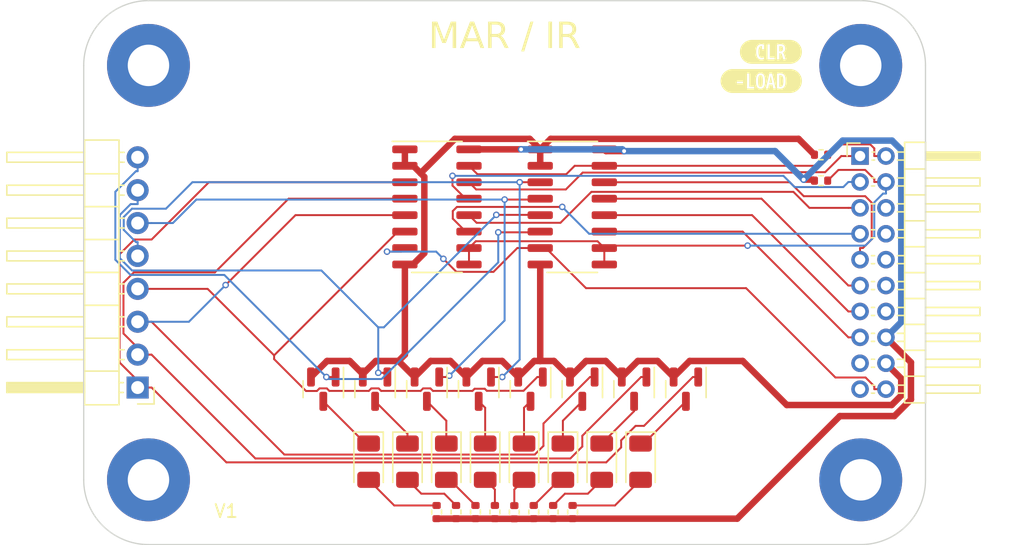
<source format=kicad_pcb>
(kicad_pcb (version 20221018) (generator pcbnew)
  (layers (0 "F.Cu" signal) (31 "B.Cu" signal) (34 "B.Paste" user) (35 "F.Paste" user) (36 "B.SilkS" user "B.Silkscreen") (37 "F.SilkS" user "F.Silkscreen") (38 "B.Mask" user) (39 "F.Mask" user) (44 "Edge.Cuts" user))
  (net 0 "")
  (net 1 "Net-(D1-A)")
  (net 2 "Net-(D1-K)")
  (net 3 "Net-(D2-A)")
  (net 4 "Net-(D2-K)")
  (net 5 "Net-(D3-A)")
  (net 6 "Net-(D3-K)")
  (net 7 "Net-(D4-A)")
  (net 8 "Net-(D4-K)")
  (net 9 "Net-(D5-A)")
  (net 10 "Net-(D5-K)")
  (net 11 "Net-(D6-A)")
  (net 12 "Net-(D6-K)")
  (net 13 "Net-(D7-A)")
  (net 14 "Net-(D7-K)")
  (net 15 "Net-(D8-A)")
  (net 16 "Net-(D8-K)")
  (net 17 "CLK")
  (net 19 "GND")
  (net 21 "VCC")
  (net 22 "/D7")
  (net 24 "/D6")
  (net 26 "/D5")
  (net 28 "/D4")
  (net 30 "/D3")
  (net 32 "/D2")
  (net 33 "~{LOAD}")
  (net 34 "/D1")
  (net 35 "CLR")
  (net 36 "/D0")
  (net 37 "/Q0")
  (net 38 "/Q1")
  (net 39 "/Q2")
  (net 40 "/Q3")
  (net 41 "/Q4")
  (net 42 "/Q5")
  (net 43 "/Q6")
  (net 44 "/Q7")
  (footprint "MountingHole:MountingHole_3.2mm_M3_Pad" (layer "F.Cu") (at 148 107.6)
    (fp_text reference "H3" hide)
    (fp_text value "MountingHole_3.2mm_M3_Pad")
    (pad "1" thru_hole circle locked (at 0 0) (size 6.4 6.4) (drill 3.2) (layers "*.Cu" "*.Mask"))
  )
  (footprint "Package_TO_SOT_SMD:SOT-23" (layer "F.Cu") (at 126.5 100.6 -90)
    (fp_text reference "Q3" hide)
    (fp_text value "DMN3404")
    (pad "1" smd roundrect (at -0.9375 -0.95 270) (size 1.475 0.6) (layers "F.Cu" "F.Paste" "F.Mask") (net 39 "/Q2"))
    (pad "2" smd roundrect (at -0.9375 0.95 270) (size 1.475 0.6) (layers "F.Cu" "F.Paste" "F.Mask") (net 19 "GND"))
    (pad "3" smd roundrect (at 0.9375 0 270) (size 1.475 0.6) (layers "F.Cu" "F.Paste" "F.Mask") (net 6 "Net-(D3-K)"))
  )
  (footprint "LED_SMD:LED_1206_3216Metric" (layer "F.Cu") (at 122 106.2 -90)
    (fp_text reference "D4" hide)
    (fp_text value "RED")
    (pad "1" smd roundrect (at -1.4 0 270) (size 1.25 1.75) (layers "F.Cu" "F.Paste" "F.Mask") (roundrect_rratio 0.2) (net 8 "Net-(D4-K)"))
    (pad "2" smd roundrect (at 1.4 0 270) (size 1.25 1.75) (layers "F.Cu" "F.Paste" "F.Mask") (roundrect_rratio 0.2) (net 7 "Net-(D4-A)"))
  )
  (footprint "Package_TO_SOT_SMD:SOT-23" (layer "F.Cu") (at 114.5 100.6 -90)
    (fp_text reference "Q6" hide)
    (fp_text value "DMN3404")
    (pad "1" smd roundrect (at -0.9375 -0.95 270) (size 1.475 0.6) (layers "F.Cu" "F.Paste" "F.Mask") (net 42 "/Q5"))
    (pad "2" smd roundrect (at -0.9375 0.95 270) (size 1.475 0.6) (layers "F.Cu" "F.Paste" "F.Mask") (net 19 "GND"))
    (pad "3" smd roundrect (at 0.9375 0 270) (size 1.475 0.6) (layers "F.Cu" "F.Paste" "F.Mask") (net 12 "Net-(D6-K)"))
  )
  (footprint "LED_SMD:LED_1206_3216Metric" (layer "F.Cu") (at 119 106.2 -90)
    (fp_text reference "D5" hide)
    (fp_text value "RED")
    (pad "1" smd roundrect (at -1.4 0 270) (size 1.25 1.75) (layers "F.Cu" "F.Paste" "F.Mask") (roundrect_rratio 0.2) (net 10 "Net-(D5-K)"))
    (pad "2" smd roundrect (at 1.4 0 270) (size 1.25 1.75) (layers "F.Cu" "F.Paste" "F.Mask") (roundrect_rratio 0.2) (net 9 "Net-(D5-A)"))
  )
  (footprint "MountingHole:MountingHole_3.2mm_M3_Pad" (layer "F.Cu") (at 93 75.6)
    (fp_text reference "H1" hide)
    (fp_text value "MountingHole_3.2mm_M3_Pad")
    (pad "1" thru_hole circle locked (at 0 0) (size 6.4 6.4) (drill 3.2) (layers "*.Cu" "*.Mask"))
  )
  (footprint "kibuzzard-6571E777" (layer "F.Cu") (at 141.062775 74.5553)
    (fp_text reference "kibuzzard-6571E777" hide)
    (fp_text value "G***" hide)
  )
  (footprint "kibuzzard-6571E781" (layer "F.Cu") (at 140.31665 76.8053)
    (fp_text reference "kibuzzard-6571E781" hide)
    (fp_text value "G***" hide)
  )
  (footprint "Resistor_SMD:R_0402_1005Metric" (layer "F.Cu") (at 122.75 110.09 -90)
    (fp_text reference "R3" hide)
    (fp_text value "200")
    (pad "1" smd roundrect (at -0.51 0 270) (size 0.54 0.64) (layers "F.Cu" "F.Paste" "F.Mask") (net 5 "Net-(D3-A)"))
    (pad "2" smd roundrect (at 0.51 0 270) (size 0.54 0.64) (layers "F.Cu" "F.Paste" "F.Mask") (net 21 "VCC"))
  )
  (footprint "MountingHole:MountingHole_3.2mm_M3_Pad" (layer "F.Cu") (at 148 75.6)
    (fp_text reference "H4" hide)
    (fp_text value "MountingHole_3.2mm_M3_Pad")
    (pad "1" thru_hole circle locked (at 0 0) (size 6.4 6.4) (drill 3.2) (layers "*.Cu" "*.Mask"))
  )
  (footprint "LED_SMD:LED_1206_3216Metric" (layer "F.Cu") (at 110 106.2 -90)
    (fp_text reference "D8" hide)
    (fp_text value "RED")
    (pad "1" smd roundrect (at -1.4 0 270) (size 1.25 1.75) (layers "F.Cu" "F.Paste" "F.Mask") (roundrect_rratio 0.2) (net 16 "Net-(D8-K)"))
    (pad "2" smd roundrect (at 1.4 0 270) (size 1.25 1.75) (layers "F.Cu" "F.Paste" "F.Mask") (roundrect_rratio 0.2) (net 15 "Net-(D8-A)"))
  )
  (footprint "Package_TO_SOT_SMD:SOT-23" (layer "F.Cu") (at 130.5 100.6 -90)
    (fp_text reference "Q2" hide)
    (fp_text value "DMN3404")
    (pad "1" smd roundrect (at -0.9375 -0.95 270) (size 1.475 0.6) (layers "F.Cu" "F.Paste" "F.Mask") (net 38 "/Q1"))
    (pad "2" smd roundrect (at -0.9375 0.95 270) (size 1.475 0.6) (layers "F.Cu" "F.Paste" "F.Mask") (net 19 "GND"))
    (pad "3" smd roundrect (at 0.9375 0 270) (size 1.475 0.6) (layers "F.Cu" "F.Paste" "F.Mask") (net 4 "Net-(D2-K)"))
  )
  (footprint "LED_SMD:LED_1206_3216Metric" (layer "F.Cu") (at 113 106.2 -90)
    (fp_text reference "D7" hide)
    (fp_text value "RED")
    (pad "1" smd roundrect (at -1.4 0 270) (size 1.25 1.75) (layers "F.Cu" "F.Paste" "F.Mask") (roundrect_rratio 0.2) (net 14 "Net-(D7-K)"))
    (pad "2" smd roundrect (at 1.4 0 270) (size 1.25 1.75) (layers "F.Cu" "F.Paste" "F.Mask") (roundrect_rratio 0.2) (net 13 "Net-(D7-A)"))
  )
  (footprint "MountingHole:MountingHole_3.2mm_M3_Pad" (layer "F.Cu") (at 93 107.6)
    (fp_text reference "H2" hide)
    (fp_text value "MountingHole_3.2mm_M3_Pad")
    (pad "1" thru_hole circle locked (at 0 0) (size 6.4 6.4) (drill 3.2) (layers "*.Cu" "*.Mask"))
  )
  (footprint "Package_TO_SOT_SMD:SOT-23" (layer "F.Cu") (at 134.5 100.6 -90)
    (fp_text reference "Q1" hide)
    (fp_text value "DMN3404")
    (pad "1" smd roundrect (at -0.9375 -0.95 270) (size 1.475 0.6) (layers "F.Cu" "F.Paste" "F.Mask") (net 37 "/Q0"))
    (pad "2" smd roundrect (at -0.9375 0.95 270) (size 1.475 0.6) (layers "F.Cu" "F.Paste" "F.Mask") (net 19 "GND"))
    (pad "3" smd roundrect (at 0.9375 0 270) (size 1.475 0.6) (layers "F.Cu" "F.Paste" "F.Mask") (net 2 "Net-(D1-K)"))
  )
  (footprint "Resistor_SMD:R_0402_1005Metric" (layer "F.Cu") (at 144.9369 82.5)
    (fp_text reference "R10" hide)
    (fp_text value "10K")
    (pad "1" smd roundrect (at -0.51 0) (size 0.54 0.64) (layers "F.Cu" "F.Paste" "F.Mask") (net 19 "GND"))
    (pad "2" smd roundrect (at 0.51 0) (size 0.54 0.64) (layers "F.Cu" "F.Paste" "F.Mask") (net 35 "CLR"))
  )
  (footprint "Package_SO:SOIC-16_3.9x9.9mm_P1.27mm" (layer "F.Cu") (at 125.725 86.5275)
    (fp_text reference "U2" hide)
    (fp_text value "74HC173")
    (pad "1" smd roundrect (at -2.475 -4.445) (size 1.95 0.6) (layers "F.Cu" "F.Paste" "F.Mask") (net 19 "GND"))
    (pad "2" smd roundrect (at -2.475 -3.175) (size 1.95 0.6) (layers "F.Cu" "F.Paste" "F.Mask") (net 19 "GND"))
    (pad "3" smd roundrect (at -2.475 -1.905) (size 1.95 0.6) (layers "F.Cu" "F.Paste" "F.Mask") (net 41 "/Q4"))
    (pad "4" smd roundrect (at -2.475 -0.635) (size 1.95 0.6) (layers "F.Cu" "F.Paste" "F.Mask") (net 42 "/Q5"))
    (pad "5" smd roundrect (at -2.475 0.635) (size 1.95 0.6) (layers "F.Cu" "F.Paste" "F.Mask") (net 43 "/Q6"))
    (pad "6" smd roundrect (at -2.475 1.905) (size 1.95 0.6) (layers "F.Cu" "F.Paste" "F.Mask") (net 44 "/Q7"))
    (pad "7" smd roundrect (at -2.475 3.175) (size 1.95 0.6) (layers "F.Cu" "F.Paste" "F.Mask") (net 17 "CLK"))
    (pad "8" smd roundrect (at -2.475 4.445) (size 1.95 0.6) (layers "F.Cu" "F.Paste" "F.Mask") (net 19 "GND"))
    (pad "9" smd roundrect (at 2.475 4.445) (size 1.95 0.6) (layers "F.Cu" "F.Paste" "F.Mask") (net 33 "~{LOAD}"))
    (pad "10" smd roundrect (at 2.475 3.175) (size 1.95 0.6) (layers "F.Cu" "F.Paste" "F.Mask") (net 33 "~{LOAD}"))
    (pad "11" smd roundrect (at 2.475 1.905) (size 1.95 0.6) (layers "F.Cu" "F.Paste" "F.Mask") (net 22 "/D7"))
    (pad "12" smd roundrect (at 2.475 0.635) (size 1.95 0.6) (layers "F.Cu" "F.Paste" "F.Mask") (net 24 "/D6"))
    (pad "13" smd roundrect (at 2.475 -0.635) (size 1.95 0.6) (layers "F.Cu" "F.Paste" "F.Mask") (net 26 "/D5"))
    (pad "14" smd roundrect (at 2.475 -1.905) (size 1.95 0.6) (layers "F.Cu" "F.Paste" "F.Mask") (net 28 "/D4"))
    (pad "15" smd roundrect (at 2.475 -3.175) (size 1.95 0.6) (layers "F.Cu" "F.Paste" "F.Mask") (net 35 "CLR"))
    (pad "16" smd roundrect (at 2.475 -4.445) (size 1.95 0.6) (layers "F.Cu" "F.Paste" "F.Mask") (net 21 "VCC"))
  )
  (footprint "Resistor_SMD:R_0402_1005Metric" (layer "F.Cu") (at 144.9369 84.5 180)
    (fp_text reference "R9" hide)
    (fp_text value "10K")
    (pad "1" smd roundrect (at -0.51 0 180) (size 0.54 0.64) (layers "F.Cu" "F.Paste" "F.Mask") (net 33 "~{LOAD}"))
    (pad "2" smd roundrect (at 0.51 0 180) (size 0.54 0.64) (layers "F.Cu" "F.Paste" "F.Mask") (net 21 "VCC"))
  )
  (footprint "Package_TO_SOT_SMD:SOT-23" (layer "F.Cu") (at 118.5 100.6 -90)
    (fp_text reference "Q5" hide)
    (fp_text value "DMN3404")
    (pad "1" smd roundrect (at -0.9375 -0.95 270) (size 1.475 0.6) (layers "F.Cu" "F.Paste" "F.Mask") (net 41 "/Q4"))
    (pad "2" smd roundrect (at -0.9375 0.95 270) (size 1.475 0.6) (layers "F.Cu" "F.Paste" "F.Mask") (net 19 "GND"))
    (pad "3" smd roundrect (at 0.9375 0 270) (size 1.475 0.6) (layers "F.Cu" "F.Paste" "F.Mask") (net 10 "Net-(D5-K)"))
  )
  (footprint "LED_SMD:LED_1206_3216Metric" (layer "F.Cu") (at 128 106.2 -90)
    (fp_text reference "D2" hide)
    (fp_text value "RED")
    (pad "1" smd roundrect (at -1.4 0 270) (size 1.25 1.75) (layers "F.Cu" "F.Paste" "F.Mask") (roundrect_rratio 0.2) (net 4 "Net-(D2-K)"))
    (pad "2" smd roundrect (at 1.4 0 270) (size 1.25 1.75) (layers "F.Cu" "F.Paste" "F.Mask") (roundrect_rratio 0.2) (net 3 "Net-(D2-A)"))
  )
  (footprint "Package_TO_SOT_SMD:SOT-23" (layer "F.Cu") (at 110.5 100.6 -90)
    (fp_text reference "Q7" hide)
    (fp_text value "DMN3404")
    (pad "1" smd roundrect (at -0.9375 -0.95 270) (size 1.475 0.6) (layers "F.Cu" "F.Paste" "F.Mask") (net 43 "/Q6"))
    (pad "2" smd roundrect (at -0.9375 0.95 270) (size 1.475 0.6) (layers "F.Cu" "F.Paste" "F.Mask") (net 19 "GND"))
    (pad "3" smd roundrect (at 0.9375 0 270) (size 1.475 0.6) (layers "F.Cu" "F.Paste" "F.Mask") (net 14 "Net-(D7-K)"))
  )
  (footprint "Package_SO:SOIC-16_3.9x9.9mm_P1.27mm" (layer "F.Cu") (at 115.275 86.5275)
    (fp_text reference "U1" hide)
    (fp_text value "74HC173")
    (pad "1" smd roundrect (at -2.475 -4.445) (size 1.95 0.6) (layers "F.Cu" "F.Paste" "F.Mask") (net 19 "GND"))
    (pad "2" smd roundrect (at -2.475 -3.175) (size 1.95 0.6) (layers "F.Cu" "F.Paste" "F.Mask") (net 19 "GND"))
    (pad "3" smd roundrect (at -2.475 -1.905) (size 1.95 0.6) (layers "F.Cu" "F.Paste" "F.Mask") (net 37 "/Q0"))
    (pad "4" smd roundrect (at -2.475 -0.635) (size 1.95 0.6) (layers "F.Cu" "F.Paste" "F.Mask") (net 38 "/Q1"))
    (pad "5" smd roundrect (at -2.475 0.635) (size 1.95 0.6) (layers "F.Cu" "F.Paste" "F.Mask") (net 39 "/Q2"))
    (pad "6" smd roundrect (at -2.475 1.905) (size 1.95 0.6) (layers "F.Cu" "F.Paste" "F.Mask") (net 40 "/Q3"))
    (pad "7" smd roundrect (at -2.475 3.175) (size 1.95 0.6) (layers "F.Cu" "F.Paste" "F.Mask") (net 17 "CLK"))
    (pad "8" smd roundrect (at -2.475 4.445) (size 1.95 0.6) (layers "F.Cu" "F.Paste" "F.Mask") (net 19 "GND"))
    (pad "9" smd roundrect (at 2.475 4.445) (size 1.95 0.6) (layers "F.Cu" "F.Paste" "F.Mask") (net 33 "~{LOAD}"))
    (pad "10" smd roundrect (at 2.475 3.175) (size 1.95 0.6) (layers "F.Cu" "F.Paste" "F.Mask") (net 33 "~{LOAD}"))
    (pad "11" smd roundrect (at 2.475 1.905) (size 1.95 0.6) (layers "F.Cu" "F.Paste" "F.Mask") (net 30 "/D3"))
    (pad "12" smd roundrect (at 2.475 0.635) (size 1.95 0.6) (layers "F.Cu" "F.Paste" "F.Mask") (net 32 "/D2"))
    (pad "13" smd roundrect (at 2.475 -0.635) (size 1.95 0.6) (layers "F.Cu" "F.Paste" "F.Mask") (net 34 "/D1"))
    (pad "14" smd roundrect (at 2.475 -1.905) (size 1.95 0.6) (layers "F.Cu" "F.Paste" "F.Mask") (net 36 "/D0"))
    (pad "15" smd roundrect (at 2.475 -3.175) (size 1.95 0.6) (layers "F.Cu" "F.Paste" "F.Mask") (net 35 "CLR"))
    (pad "16" smd roundrect (at 2.475 -4.445) (size 1.95 0.6) (layers "F.Cu" "F.Paste" "F.Mask") (net 21 "VCC"))
  )
  (footprint "Package_TO_SOT_SMD:SOT-23" (layer "F.Cu") (at 106.5 100.6 -90)
    (fp_text reference "Q8" hide)
    (fp_text value "DMN3404")
    (pad "1" smd roundrect (at -0.9375 -0.95 270) (size 1.475 0.6) (layers "F.Cu" "F.Paste" "F.Mask") (net 44 "/Q7"))
    (pad "2" smd roundrect (at -0.9375 0.95 270) (size 1.475 0.6) (layers "F.Cu" "F.Paste" "F.Mask") (net 19 "GND"))
    (pad "3" smd roundrect (at 0.9375 0 270) (size 1.475 0.6) (layers "F.Cu" "F.Paste" "F.Mask") (net 16 "Net-(D8-K)"))
  )
  (footprint "LED_SMD:LED_1206_3216Metric" (layer "F.Cu") (at 125 106.2 -90)
    (fp_text reference "D3" hide)
    (fp_text value "RED")
    (pad "1" smd roundrect (at -1.4 0 270) (size 1.25 1.75) (layers "F.Cu" "F.Paste" "F.Mask") (roundrect_rratio 0.2) (net 6 "Net-(D3-K)"))
    (pad "2" smd roundrect (at 1.4 0 270) (size 1.25 1.75) (layers "F.Cu" "F.Paste" "F.Mask") (roundrect_rratio 0.2) (net 5 "Net-(D3-A)"))
  )
  (footprint "Resistor_SMD:R_0402_1005Metric" (layer "F.Cu") (at 121.25 110.1 -90)
    (fp_text reference "R4" hide)
    (fp_text value "200")
    (pad "1" smd roundrect (at -0.51 0 270) (size 0.54 0.64) (layers "F.Cu" "F.Paste" "F.Mask") (net 7 "Net-(D4-A)"))
    (pad "2" smd roundrect (at 0.51 0 270) (size 0.54 0.64) (layers "F.Cu" "F.Paste" "F.Mask") (net 21 "VCC"))
  )
  (footprint "Package_TO_SOT_SMD:SOT-23" (layer "F.Cu") (at 122.5 100.6 -90)
    (fp_text reference "Q4" hide)
    (fp_text value "DMN3404")
    (pad "1" smd roundrect (at -0.9375 -0.95 270) (size 1.475 0.6) (layers "F.Cu" "F.Paste" "F.Mask") (net 40 "/Q3"))
    (pad "2" smd roundrect (at -0.9375 0.95 270) (size 1.475 0.6) (layers "F.Cu" "F.Paste" "F.Mask") (net 19 "GND"))
    (pad "3" smd roundrect (at 0.9375 0 270) (size 1.475 0.6) (layers "F.Cu" "F.Paste" "F.Mask") (net 8 "Net-(D4-K)"))
  )
  (footprint "Resistor_SMD:R_0402_1005Metric" (layer "F.Cu") (at 119.75 110.09 -90)
    (fp_text reference "R5" hide)
    (fp_text value "200")
    (pad "1" smd roundrect (at -0.51 0 270) (size 0.54 0.64) (layers "F.Cu" "F.Paste" "F.Mask") (net 9 "Net-(D5-A)"))
    (pad "2" smd roundrect (at 0.51 0 270) (size 0.54 0.64) (layers "F.Cu" "F.Paste" "F.Mask") (net 21 "VCC"))
  )
  (footprint "Resistor_SMD:R_0402_1005Metric" (layer "F.Cu") (at 115.25 110.09 -90)
    (fp_text reference "R8" hide)
    (fp_text value "200")
    (pad "1" smd roundrect (at -0.51 0 270) (size 0.54 0.64) (layers "F.Cu" "F.Paste" "F.Mask") (net 15 "Net-(D8-A)"))
    (pad "2" smd roundrect (at 0.51 0 270) (size 0.54 0.64) (layers "F.Cu" "F.Paste" "F.Mask") (net 21 "VCC"))
  )
  (footprint "Resistor_SMD:R_0402_1005Metric" (layer "F.Cu") (at 125.75 110.09 -90)
    (fp_text reference "R1" hide)
    (fp_text value "200")
    (pad "1" smd roundrect (at -0.51 0 270) (size 0.54 0.64) (layers "F.Cu" "F.Paste" "F.Mask") (net 1 "Net-(D1-A)"))
    (pad "2" smd roundrect (at 0.51 0 270) (size 0.54 0.64) (layers "F.Cu" "F.Paste" "F.Mask") (net 21 "VCC"))
  )
  (footprint "Connector_PinHeader_2.54mm:PinHeader_1x08_P2.54mm_Horizontal" (layer "F.Cu") (at 92.1653 100.475 180)
    (fp_text reference "J2" hide)
    (fp_text value "Conn_01x08_Pin")
    (pad "1" thru_hole rect (at 0 0 180) (size 1.7 1.7) (drill 1) (layers "*.Cu" "*.Mask") (net 37 "/Q0"))
    (pad "2" thru_hole oval (at 0 2.54 180) (size 1.7 1.7) (drill 1) (layers "*.Cu" "*.Mask") (net 38 "/Q1"))
    (pad "3" thru_hole oval (at 0 5.08 180) (size 1.7 1.7) (drill 1) (layers "*.Cu" "*.Mask") (net 39 "/Q2"))
    (pad "4" thru_hole oval (at 0 7.62 180) (size 1.7 1.7) (drill 1) (layers "*.Cu" "*.Mask") (net 40 "/Q3"))
    (pad "5" thru_hole oval (at 0 10.16 180) (size 1.7 1.7) (drill 1) (layers "*.Cu" "*.Mask") (net 41 "/Q4"))
    (pad "6" thru_hole oval (at 0 12.7 180) (size 1.7 1.7) (drill 1) (layers "*.Cu" "*.Mask") (net 42 "/Q5"))
    (pad "7" thru_hole oval (at 0 15.24 180) (size 1.7 1.7) (drill 1) (layers "*.Cu" "*.Mask") (net 43 "/Q6"))
    (pad "8" thru_hole oval (at 0 17.78 180) (size 1.7 1.7) (drill 1) (layers "*.Cu" "*.Mask") (net 44 "/Q7"))
  )
  (footprint "Connector_PinHeader_2.00mm:PinHeader_2x10_P2.00mm_Horizontal" (layer "F.Cu") (at 147.9469 82.6)
    (fp_text reference "J1" hide)
    (fp_text value "Conn_02x10_Odd_Even")
    (pad "1" thru_hole rect (at 0 0) (size 1.35 1.35) (drill 0.8) (layers "*.Cu" "*.Mask") (net 36 "/D0"))
    (pad "2" thru_hole oval (at 2 0) (size 1.35 1.35) (drill 0.8) (layers "*.Cu" "*.Mask") (net 35 "CLR"))
    (pad "3" thru_hole oval (at 0 2) (size 1.35 1.35) (drill 0.8) (layers "*.Cu" "*.Mask") (net 34 "/D1"))
    (pad "4" thru_hole oval (at 2 2) (size 1.35 1.35) (drill 0.8) (layers "*.Cu" "*.Mask") (net 33 "~{LOAD}"))
    (pad "5" thru_hole oval (at 0 4) (size 1.35 1.35) (drill 0.8) (layers "*.Cu" "*.Mask") (net 32 "/D2"))
    (pad "6" thru_hole oval (at 2 4) (size 1.35 1.35) (drill 0.8) (layers "*.Cu" "*.Mask"))
    (pad "7" thru_hole oval (at 0 6) (size 1.35 1.35) (drill 0.8) (layers "*.Cu" "*.Mask") (net 30 "/D3"))
    (pad "8" thru_hole oval (at 2 6) (size 1.35 1.35) (drill 0.8) (layers "*.Cu" "*.Mask"))
    (pad "9" thru_hole oval (at 0 8) (size 1.35 1.35) (drill 0.8) (layers "*.Cu" "*.Mask") (net 28 "/D4"))
    (pad "10" thru_hole oval (at 2 8) (size 1.35 1.35) (drill 0.8) (layers "*.Cu" "*.Mask"))
    (pad "11" thru_hole oval (at 0 10) (size 1.35 1.35) (drill 0.8) (layers "*.Cu" "*.Mask") (net 26 "/D5"))
    (pad "12" thru_hole oval (at 2 10) (size 1.35 1.35) (drill 0.8) (layers "*.Cu" "*.Mask"))
    (pad "13" thru_hole oval (at 0 12) (size 1.35 1.35) (drill 0.8) (layers "*.Cu" "*.Mask") (net 24 "/D6"))
    (pad "14" thru_hole oval (at 2 12) (size 1.35 1.35) (drill 0.8) (layers "*.Cu" "*.Mask"))
    (pad "15" thru_hole oval (at 0 14) (size 1.35 1.35) (drill 0.8) (layers "*.Cu" "*.Mask") (net 22 "/D7"))
    (pad "16" thru_hole oval (at 2 14) (size 1.35 1.35) (drill 0.8) (layers "*.Cu" "*.Mask") (net 21 "VCC"))
    (pad "17" thru_hole oval (at 0 16) (size 1.35 1.35) (drill 0.8) (layers "*.Cu" "*.Mask"))
    (pad "18" thru_hole oval (at 2 16) (size 1.35 1.35) (drill 0.8) (layers "*.Cu" "*.Mask") (net 19 "GND"))
    (pad "19" thru_hole oval (at 0 18) (size 1.35 1.35) (drill 0.8) (layers "*.Cu" "*.Mask"))
    (pad "20" thru_hole oval (at 2 18) (size 1.35 1.35) (drill 0.8) (layers "*.Cu" "*.Mask") (net 17 "CLK"))
  )
  (footprint "LED_SMD:LED_1206_3216Metric" (layer "F.Cu") (at 116 106.2 -90)
    (fp_text reference "D6" hide)
    (fp_text value "RED")
    (pad "1" smd roundrect (at -1.4 0 270) (size 1.25 1.75) (layers "F.Cu" "F.Paste" "F.Mask") (roundrect_rratio 0.2) (net 12 "Net-(D6-K)"))
    (pad "2" smd roundrect (at 1.4 0 270) (size 1.25 1.75) (layers "F.Cu" "F.Paste" "F.Mask") (roundrect_rratio 0.2) (net 11 "Net-(D6-A)"))
  )
  (footprint "LED_SMD:LED_1206_3216Metric" (layer "F.Cu") (at 131 106.2 -90)
    (fp_text reference "D1" hide)
    (fp_text value "RED")
    (pad "1" smd roundrect (at -1.4 0 270) (size 1.25 1.75) (layers "F.Cu" "F.Paste" "F.Mask") (roundrect_rratio 0.2) (net 2 "Net-(D1-K)"))
    (pad "2" smd roundrect (at 1.4 0 270) (size 1.25 1.75) (layers "F.Cu" "F.Paste" "F.Mask") (roundrect_rratio 0.2) (net 1 "Net-(D1-A)"))
  )
  (footprint "Resistor_SMD:R_0402_1005Metric" (layer "F.Cu") (at 118.25 110.09 -90)
    (fp_text reference "R6" hide)
    (fp_text value "200")
    (pad "1" smd roundrect (at -0.51 0 270) (size 0.54 0.64) (layers "F.Cu" "F.Paste" "F.Mask") (net 11 "Net-(D6-A)"))
    (pad "2" smd roundrect (at 0.51 0 270) (size 0.54 0.64) (layers "F.Cu" "F.Paste" "F.Mask") (net 21 "VCC"))
  )
  (footprint "Resistor_SMD:R_0402_1005Metric" (layer "F.Cu") (at 124.25 110.09 -90)
    (fp_text reference "R2" hide)
    (fp_text value "200")
    (pad "1" smd roundrect (at -0.51 0 270) (size 0.54 0.64) (layers "F.Cu" "F.Paste" "F.Mask") (net 3 "Net-(D2-A)"))
    (pad "2" smd roundrect (at 0.51 0 270) (size 0.54 0.64) (layers "F.Cu" "F.Paste" "F.Mask") (net 21 "VCC"))
  )
  (footprint "Resistor_SMD:R_0402_1005Metric" (layer "F.Cu") (at 116.75 110.09 -90)
    (fp_text reference "R7" hide)
    (fp_text value "200")
    (pad "1" smd roundrect (at -0.51 0 270) (size 0.54 0.64) (layers "F.Cu" "F.Paste" "F.Mask") (net 13 "Net-(D7-A)"))
    (pad "2" smd roundrect (at 0.51 0 270) (size 0.54 0.64) (layers "F.Cu" "F.Paste" "F.Mask") (net 21 "VCC"))
  )
  (gr_line (start 93 70.6) (end 148 70.6) (stroke (width 0.1)) (layer "Edge.Cuts"))
  (gr_line (start 88 107.6) (end 88 75.6) (stroke (width 0.1)) (layer "Edge.Cuts"))
  (gr_line (start 148 112.6) (end 93 112.6) (stroke (width 0.1)) (layer "Edge.Cuts"))
  (gr_line (start 153 75.6) (end 153 107.6) (stroke (width 0.1)) (layer "Edge.Cuts"))
  (gr_arc (start 88 75.6) (mid 89.464466 72.064466) (end 93 70.6) (stroke (width 0.1)) (layer "Edge.Cuts"))
  (gr_arc (start 93 112.6) (mid 89.464466 111.135534) (end 88 107.6) (stroke (width 0.1)) (layer "Edge.Cuts"))
  (gr_arc (start 153 107.6) (mid 151.535534 111.135534) (end 148 112.6) (stroke (width 0.1)) (layer "Edge.Cuts"))
  (gr_arc (start 148 70.6) (mid 151.535534 72.064466) (end 153 75.6) (stroke (width 0.1)) (layer "Edge.Cuts"))
  (gr_text "MAR / IR" (at 120.5 74.6) (layer "F.SilkS") (effects (font (size 2 2) (thickness 0.3)) (justify bottom)))
  (gr_text "V1" (at 98 110.6) (layer "F.SilkS") (effects (font (size 1 1)) (justify left bottom)))
  (segment (start 129.02 109.58) (end 131 107.6) (width 0.15) (layer "F.Cu") (net 1))
  (segment (start 125.75 109.58) (end 129.02 109.58) (width 0.15) (layer "F.Cu") (net 1))
  (segment (start 131 104.8) (end 131.2375 104.8) (width 0.15) (layer "F.Cu") (net 2))
  (segment (start 131.2375 104.8) (end 134.5 101.5375) (width 0.15) (layer "F.Cu") (net 2))
  (segment (start 124.25 109.58) (end 125.1578 108.6722) (width 0.15) (layer "F.Cu") (net 3))
  (segment (start 126.9278 108.6722) (end 128 107.6) (width 0.15) (layer "F.Cu") (net 3))
  (segment (start 125.1578 108.6722) (end 126.9278 108.6722) (width 0.15) (layer "F.Cu") (net 3))
  (segment (start 130.5 102.3) (end 130.5 101.5375) (width 0.15) (layer "F.Cu") (net 4))
  (segment (start 128 104.8) (end 130.5 102.3) (width 0.15) (layer "F.Cu") (net 4))
  (segment (start 124.73 107.6) (end 125 107.6) (width 0.15) (layer "F.Cu") (net 5))
  (segment (start 122.75 109.58) (end 124.73 107.6) (width 0.15) (layer "F.Cu") (net 5))
  (segment (start 125 104.8) (end 125 103.0375) (width 0.15) (layer "F.Cu") (net 6))
  (segment (start 125 103.0375) (end 126.5 101.5375) (width 0.15) (layer "F.Cu") (net 6))
  (segment (start 121.25 108.35) (end 122 107.6) (width 0.15) (layer "F.Cu") (net 7))
  (segment (start 121.25 109.59) (end 121.25 108.35) (width 0.15) (layer "F.Cu") (net 7))
  (segment (start 122 102.0375) (end 122.5 101.5375) (width 0.15) (layer "F.Cu") (net 8))
  (segment (start 122 104.8) (end 122 102.0375) (width 0.15) (layer "F.Cu") (net 8))
  (segment (start 119.75 108.35) (end 119 107.6) (width 0.15) (layer "F.Cu") (net 9))
  (segment (start 119.75 109.58) (end 119.75 108.35) (width 0.15) (layer "F.Cu") (net 9))
  (segment (start 119 102.0375) (end 118.5 101.5375) (width 0.15) (layer "F.Cu") (net 10))
  (segment (start 119 104.8) (end 119 102.0375) (width 0.15) (layer "F.Cu") (net 10))
  (segment (start 118.25 109.58) (end 116.27 107.6) (width 0.15) (layer "F.Cu") (net 11))
  (segment (start 116.27 107.6) (end 116 107.6) (width 0.15) (layer "F.Cu") (net 11))
  (segment (start 116 104.8) (end 116 103.0375) (width 0.15) (layer "F.Cu") (net 12))
  (segment (start 116 103.0375) (end 114.5 101.5375) (width 0.15) (layer "F.Cu") (net 12))
  (segment (start 114.0722 108.6722) (end 113 107.6) (width 0.15) (layer "F.Cu") (net 13))
  (segment (start 116.75 109.58) (end 115.8422 108.6722) (width 0.15) (layer "F.Cu") (net 13))
  (segment (start 115.8422 108.6722) (end 114.0722 108.6722) (width 0.15) (layer "F.Cu") (net 13))
  (segment (start 113 104.8) (end 113 104.0375) (width 0.15) (layer "F.Cu") (net 14))
  (segment (start 113 104.0375) (end 110.5 101.5375) (width 0.15) (layer "F.Cu") (net 14))
  (segment (start 111.98 109.58) (end 110 107.6) (width 0.15) (layer "F.Cu") (net 15))
  (segment (start 115.25 109.58) (end 111.98 109.58) (width 0.15) (layer "F.Cu") (net 15))
  (segment (start 109.7625 104.8) (end 106.5 101.5375) (width 0.15) (layer "F.Cu") (net 16))
  (segment (start 110 104.8) (end 109.7625 104.8) (width 0.15) (layer "F.Cu") (net 16))
  (segment (start 112.8 89.7025) (end 112.5219 89.9806) (width 0.15) (layer "F.Cu") (net 17))
  (segment (start 146.0468 99.6999) (end 139.1475 92.8006) (width 0.15) (layer "F.Cu") (net 17))
  (segment (start 116.7788 91.5417) (end 115.7752 90.5381) (width 0.15) (layer "F.Cu") (net 17))
  (segment (start 139.1475 92.8006) (end 126.7865 92.8006) (width 0.15) (layer "F.Cu") (net 17))
  (segment (start 123.6884 89.7025) (end 123.25 89.7025) (width 0.15) (layer "F.Cu") (net 17))
  (segment (start 121.4807 89.7025) (end 119.6415 91.5417) (width 0.15) (layer "F.Cu") (net 17))
  (segment (start 148.3718 99.6999) (end 146.0468 99.6999) (width 0.15) (layer "F.Cu") (net 17))
  (segment (start 123.25 89.7025) (end 121.4807 89.7025) (width 0.15) (layer "F.Cu") (net 17))
  (segment (start 119.6415 91.5417) (end 116.7788 91.5417) (width 0.15) (layer "F.Cu") (net 17))
  (segment (start 112.5219 89.9806) (end 111.4194 89.9806) (width 0.15) (layer "F.Cu") (net 17))
  (segment (start 126.7865 92.8006) (end 123.6884 89.7025) (width 0.15) (layer "F.Cu") (net 17))
  (segment (start 149.0468 100.3749) (end 148.3718 99.6999) (width 0.15) (layer "F.Cu") (net 17))
  (segment (start 149.0468 100.6) (end 149.0468 100.3749) (width 0.15) (layer "F.Cu") (net 17))
  (segment (start 149.9469 100.6) (end 149.0468 100.6) (width 0.15) (layer "F.Cu") (net 17))
  (via (at 115.7752 90.5381) (size 0.5) (drill 0.3) (layers "F.Cu" "B.Cu") (net 17))
  (via (at 111.4194 89.9806) (size 0.5) (drill 0.3) (layers "F.Cu" "B.Cu") (net 17))
  (segment (start 111.4194 89.9806) (end 115.2177 89.9806) (width 0.15) (layer "B.Cu") (net 17))
  (segment (start 115.2177 89.9806) (end 115.7752 90.5381) (width 0.15) (layer "B.Cu") (net 17))
  (segment (start 123.25 82.0825) (end 123.25 83.3525) (width 0.5) (layer "F.Cu") (net 19))
  (segment (start 108.5434 98.4242) (end 109.55 99.4308) (width 0.5) (layer "F.Cu") (net 19))
  (segment (start 105.55 99.6625) (end 106.7883 98.4242) (width 0.5) (layer "F.Cu") (net 19))
  (segment (start 117.55 99.6625) (end 116.3117 98.4242) (width 0.5) (layer "F.Cu") (net 19))
  (segment (start 151.1246 101.0907) (end 150.3917 101.8236) (width 0.5) (layer "F.Cu") (net 19))
  (segment (start 120.3117 98.4242) (end 121.55 99.6625) (width 0.5) (layer "F.Cu") (net 19))
  (segment (start 112.8 90.9725) (end 112.8 97.9359) (width 0.5) (layer "F.Cu") (net 19))
  (segment (start 143.1999 81.273) (end 124.0595 81.273) (width 0.5) (layer "F.Cu") (net 19))
  (segment (start 125.55 99.6625) (end 124.3117 98.4242) (width 0.5) (layer "F.Cu") (net 19))
  (segment (start 129.55 99.6625) (end 128.3117 98.4242) (width 0.5) (layer "F.Cu") (net 19))
  (segment (start 130.7883 98.4242) (end 129.55 99.6625) (width 0.5) (layer "F.Cu") (net 19))
  (segment (start 138.889 98.4242) (end 134.7883 98.4242) (width 0.5) (layer "F.Cu") (net 19))
  (segment (start 113.4457 83.3525) (end 112.8 83.3525) (width 0.5) (layer "F.Cu") (net 19))
  (segment (start 123.25 98.4242) (end 122.7883 98.4242) (width 0.5) (layer "F.Cu") (net 19))
  (segment (start 112.8 83.3525) (end 112.8 82.0825) (width 0.5) (layer "F.Cu") (net 19))
  (segment (start 128.3117 98.4242) (end 126.7883 98.4242) (width 0.5) (layer "F.Cu") (net 19))
  (segment (start 113.55 99.6625) (end 112.3117 98.4242) (width 0.5) (layer "F.Cu") (net 19))
  (segment (start 150.3917 101.8236) (end 142.2884 101.8236) (width 0.5) (layer "F.Cu") (net 19))
  (segment (start 144.4269 82.5) (end 143.1999 81.273) (width 0.5) (layer "F.Cu") (net 19))
  (segment (start 132.3117 98.4242) (end 130.7883 98.4242) (width 0.5) (layer "F.Cu") (net 19))
  (segment (start 122.4404 81.2729) (end 123.25 82.0825) (width 0.5) (layer "F.Cu") (net 19))
  (segment (start 106.7883 98.4242) (end 108.5434 98.4242) (width 0.5) (layer "F.Cu") (net 19))
  (segment (start 124.3117 98.4242) (end 123.25 98.4242) (width 0.5) (layer "F.Cu") (net 19))
  (segment (start 110.5566 98.4242) (end 109.55 99.4308) (width 0.5) (layer "F.Cu") (net 19))
  (segment (start 151.1246 99.7777) (end 151.1246 101.0907) (width 0.5) (layer "F.Cu") (net 19))
  (segment (start 133.55 99.6625) (end 132.3117 98.4242) (width 0.5) (layer "F.Cu") (net 19))
  (segment (start 112.3117 98.4242) (end 110.5566 98.4242) (width 0.5) (layer "F.Cu") (net 19))
  (segment (start 114.7883 98.4242) (end 113.55 99.6625) (width 0.5) (layer "F.Cu") (net 19))
  (segment (start 122.7883 98.4242) (end 121.55 99.6625) (width 0.5) (layer "F.Cu") (net 19))
  (segment (start 118.7883 98.4242) (end 120.3117 98.4242) (width 0.5) (layer "F.Cu") (net 19))
  (segment (start 116.3117 98.4242) (end 114.7883 98.4242) (width 0.5) (layer "F.Cu") (net 19))
  (segment (start 109.55 99.4308) (end 109.55 99.6625) (width 0.5) (layer "F.Cu") (net 19))
  (segment (start 116.662 81.2729) (end 122.4404 81.2729) (width 0.5) (layer "F.Cu") (net 19))
  (segment (start 112.8 90.9725) (end 113.4264 90.9725) (width 0.5) (layer "F.Cu") (net 19))
  (segment (start 112.8 97.9359) (end 112.3117 98.4242) (width 0.5) (layer "F.Cu") (net 19))
  (segment (start 134.7883 98.4242) (end 133.55 99.6625) (width 0.5) (layer "F.Cu") (net 19))
  (segment (start 114.0141 83.9208) (end 116.662 81.2729) (width 0.5) (layer "F.Cu") (net 19))
  (segment (start 113.4264 90.9725) (end 114.3023 90.0966) (width 0.5) (layer "F.Cu") (net 19))
  (segment (start 124.0595 81.273) (end 123.25 82.0825) (width 0.5) (layer "F.Cu") (net 19))
  (segment (start 126.7883 98.4242) (end 125.55 99.6625) (width 0.5) (layer "F.Cu") (net 19))
  (segment (start 117.55 99.6625) (end 118.7883 98.4242) (width 0.5) (layer "F.Cu") (net 19))
  (segment (start 123.25 98.4242) (end 123.25 90.9725) (width 0.5) (layer "F.Cu") (net 19))
  (segment (start 114.3023 90.0966) (end 114.3023 84.2091) (width 0.5) (layer "F.Cu") (net 19))
  (segment (start 142.2884 101.8236) (end 138.889 98.4242) (width 0.5) (layer "F.Cu") (net 19))
  (segment (start 114.0141 83.9208) (end 113.4457 83.3525) (width 0.5) (layer "F.Cu") (net 19))
  (segment (start 149.9469 98.6) (end 151.1246 99.7777) (width 0.5) (layer "F.Cu") (net 19))
  (segment (start 114.3023 84.2091) (end 114.0141 83.9208) (width 0.5) (layer "F.Cu") (net 19))
  (segment (start 125.75 110.6) (end 124.25 110.6) (width 0.5) (layer "F.Cu") (net 21))
  (segment (start 119.76 110.61) (end 121.25 110.61) (width 0.5) (layer "F.Cu") (net 21))
  (segment (start 150.5977 102.6785) (end 146.3853 102.6785) (width 0.5) (layer "F.Cu") (net 21))
  (segment (start 124.25 110.6) (end 122.75 110.6) (width 0.5) (layer "F.Cu") (net 21))
  (segment (start 116.75 110.6) (end 115.25 110.6) (width 0.5) (layer "F.Cu") (net 21))
  (segment (start 143.5904 84.4207) (end 144.3476 84.4207) (width 0.5) (layer "F.Cu") (net 21))
  (segment (start 117.75 82.0825) (end 121.7743 82.0825) (width 0.5) (layer "F.Cu") (net 21))
  (segment (start 149.9469 96.6) (end 151.8772 98.5303) (width 0.5) (layer "F.Cu") (net 21))
  (segment (start 128.3346 82.2171) (end 128.2 82.0825) (width 0.5) (layer "F.Cu") (net 21))
  (segment (start 118.25 110.6) (end 119.75 110.6) (width 0.5) (layer "F.Cu") (net 21))
  (segment (start 119.75 110.6) (end 119.76 110.61) (width 0.5) (layer "F.Cu") (net 21))
  (segment (start 138.4638 110.6) (end 125.75 110.6) (width 0.5) (layer "F.Cu") (net 21))
  (segment (start 144.3476 84.4207) (end 144.4269 84.5) (width 0.5) (layer "F.Cu") (net 21))
  (segment (start 151.8772 98.5303) (end 151.8772 101.399) (width 0.5) (layer "F.Cu") (net 21))
  (segment (start 129.7275 82.2171) (end 128.3346 82.2171) (width 0.5) (layer "F.Cu") (net 21))
  (segment (start 122.74 110.61) (end 122.75 110.6) (width 0.5) (layer "F.Cu") (net 21))
  (segment (start 121.25 110.61) (end 122.74 110.61) (width 0.5) (layer "F.Cu") (net 21))
  (segment (start 146.3853 102.6785) (end 138.4638 110.6) (width 0.5) (layer "F.Cu") (net 21))
  (segment (start 116.75 110.6) (end 118.25 110.6) (width 0.5) (layer "F.Cu") (net 21))
  (segment (start 151.8772 101.399) (end 150.5977 102.6785) (width 0.5) (layer "F.Cu") (net 21))
  (via (at 121.7743 82.0825) (size 0.5) (drill 0.3) (layers "F.Cu" "B.Cu") (net 21))
  (via (at 129.7275 82.2171) (size 0.5) (drill 0.3) (layers "F.Cu" "B.Cu") (net 21))
  (via (at 143.5904 84.4207) (size 0.5) (drill 0.3) (layers "F.Cu" "B.Cu") (net 21))
  (segment (start 141.3868 82.2171) (end 129.7275 82.2171) (width 0.5) (layer "B.Cu") (net 21))
  (segment (start 129.5929 82.0825) (end 121.7743 82.0825) (width 0.5) (layer "B.Cu") (net 21))
  (segment (start 129.7275 82.2171) (end 129.5929 82.0825) (width 0.5) (layer "B.Cu") (net 21))
  (segment (start 151.1305 82.1201) (end 150.4165 81.4061) (width 0.5) (layer "B.Cu") (net 21))
  (segment (start 149.9469 96.6) (end 151.1305 95.4164) (width 0.5) (layer "B.Cu") (net 21))
  (segment (start 151.1305 95.4164) (end 151.1305 82.1201) (width 0.5) (layer "B.Cu") (net 21))
  (segment (start 146.605 81.4061) (end 143.5904 84.4207) (width 0.5) (layer "B.Cu") (net 21))
  (segment (start 143.5904 84.4207) (end 141.3868 82.2171) (width 0.5) (layer "B.Cu") (net 21))
  (segment (start 150.4165 81.4061) (end 146.605 81.4061) (width 0.5) (layer "B.Cu") (net 21))
  (segment (start 147.9469 96.6) (end 147.0468 96.6) (width 0.15) (layer "F.Cu") (net 22))
  (segment (start 147.0468 96.6) (end 138.8793 88.4325) (width 0.15) (layer "F.Cu") (net 22))
  (segment (start 138.8793 88.4325) (end 128.2 88.4325) (width 0.15) (layer "F.Cu") (net 22))
  (segment (start 147.0468 94.6) (end 139.6093 87.1625) (width 0.15) (layer "F.Cu") (net 24))
  (segment (start 139.6093 87.1625) (end 128.2 87.1625) (width 0.15) (layer "F.Cu") (net 24))
  (segment (start 147.9469 94.6) (end 147.0468 94.6) (width 0.15) (layer "F.Cu") (net 24))
  (segment (start 140.3393 85.8925) (end 147.0468 92.6) (width 0.15) (layer "F.Cu") (net 26))
  (segment (start 128.2 85.8925) (end 140.3393 85.8925) (width 0.15) (layer "F.Cu") (net 26))
  (segment (start 147.9469 92.6) (end 147.0468 92.6) (width 0.15) (layer "F.Cu") (net 26))
  (segment (start 142.5245 84.6225) (end 143.6018 85.6998) (width 0.15) (layer "F.Cu") (net 28))
  (segment (start 143.6018 85.6998) (end 148.3464 85.6998) (width 0.15) (layer "F.Cu") (net 28))
  (segment (start 148.1719 89.6999) (end 147.9469 89.6999) (width 0.15) (layer "F.Cu") (net 28))
  (segment (start 147.9469 90.6) (end 147.9469 89.6999) (width 0.15) (layer "F.Cu") (net 28))
  (segment (start 128.2 84.6225) (end 142.5245 84.6225) (width 0.15) (layer "F.Cu") (net 28))
  (segment (start 148.8471 89.0247) (end 148.1719 89.6999) (width 0.15) (layer "F.Cu") (net 28))
  (segment (start 148.8471 86.2005) (end 148.8471 89.0247) (width 0.15) (layer "F.Cu") (net 28))
  (segment (start 148.3464 85.6998) (end 148.8471 86.2005) (width 0.15) (layer "F.Cu") (net 28))
  (segment (start 116.4992 87.4351) (end 117.4966 88.4325) (width 0.15) (layer "F.Cu") (net 30))
  (segment (start 117.4966 88.4325) (end 117.75 88.4325) (width 0.15) (layer "F.Cu") (net 30))
  (segment (start 124.9515 86.5275) (end 116.8194 86.5275) (width 0.15) (layer "F.Cu") (net 30))
  (segment (start 116.4992 86.8477) (end 116.4992 87.4351) (width 0.15) (layer "F.Cu") (net 30))
  (segment (start 116.8194 86.5275) (end 116.4992 86.8477) (width 0.15) (layer "F.Cu") (net 30))
  (via (at 124.9515 86.5275) (size 0.5) (drill 0.3) (layers "F.Cu" "B.Cu") (net 30))
  (segment (start 147.9469 88.6) (end 127.024 88.6) (width 0.15) (layer "B.Cu") (net 30))
  (segment (start 127.024 88.6) (end 124.9515 86.5275) (width 0.15) (layer "B.Cu") (net 30))
  (segment (start 124.8125 87.7538) (end 127.2022 85.3641) (width 0.15) (layer "F.Cu") (net 32))
  (segment (start 118.3413 87.7538) (end 124.8125 87.7538) (width 0.15) (layer "F.Cu") (net 32))
  (segment (start 144.0377 86.6) (end 147.0468 86.6) (width 0.15) (layer "F.Cu") (net 32))
  (segment (start 147.9469 86.6) (end 147.0468 86.6) (width 0.15) (layer "F.Cu") (net 32))
  (segment (start 117.75 87.1625) (end 118.3413 87.7538) (width 0.15) (layer "F.Cu") (net 32))
  (segment (start 142.8018 85.3641) (end 144.0377 86.6) (width 0.15) (layer "F.Cu") (net 32))
  (segment (start 127.2022 85.3641) (end 142.8018 85.3641) (width 0.15) (layer "F.Cu") (net 32))
  (segment (start 117.75 90.9725) (end 117.75 89.7025) (width 0.15) (layer "F.Cu") (net 33))
  (segment (start 128.3858 89.5167) (end 139.2646 89.5167) (width 0.15) (layer "F.Cu") (net 33))
  (segment (start 128.2 89.7025) (end 128.3858 89.5167) (width 0.15) (layer "F.Cu") (net 33))
  (segment (start 149.0468 84.6) (end 149.0468 84.375) (width 0.15) (layer "F.Cu") (net 33))
  (segment (start 146.2769 83.67) (end 145.4469 84.5) (width 0.15) (layer "F.Cu") (net 33))
  (segment (start 148.3418 83.67) (end 146.2769 83.67) (width 0.15) (layer "F.Cu") (net 33))
  (segment (start 149.0468 84.375) (end 148.3418 83.67) (width 0.15) (layer "F.Cu") (net 33))
  (segment (start 118.2762 89.1763) (end 117.75 89.7025) (width 0.15) (layer "F.Cu") (net 33))
  (segment (start 128.2 90.9725) (end 128.2 89.7025) (width 0.15) (layer "F.Cu") (net 33))
  (segment (start 127.6738 89.1763) (end 118.2762 89.1763) (width 0.15) (layer "F.Cu") (net 33))
  (segment (start 128.2 89.7025) (end 127.6738 89.1763) (width 0.15) (layer "F.Cu") (net 33))
  (segment (start 149.9469 84.6) (end 149.0468 84.6) (width 0.15) (layer "F.Cu") (net 33))
  (via (at 139.2646 89.5167) (size 0.5) (drill 0.3) (layers "F.Cu" "B.Cu") (net 33))
  (segment (start 149.0468 88.8262) (end 148.3563 89.5167) (width 0.15) (layer "B.Cu") (net 33))
  (segment (start 149.0468 86.1751) (end 149.0468 88.8262) (width 0.15) (layer "B.Cu") (net 33))
  (segment (start 149.7218 85.5001) (end 149.0468 86.1751) (width 0.15) (layer "B.Cu") (net 33))
  (segment (start 148.3563 89.5167) (end 139.2646 89.5167) (width 0.15) (layer "B.Cu") (net 33))
  (segment (start 149.9469 85.5001) (end 149.7218 85.5001) (width 0.15) (layer "B.Cu") (net 33))
  (segment (start 149.9469 84.6) (end 149.9469 85.5001) (width 0.15) (layer "B.Cu") (net 33))
  (segment (start 117.49 85.8925) (end 116.4759 84.8784) (width 0.15) (layer "F.Cu") (net 34))
  (segment (start 116.4759 84.8784) (end 116.4759 84.1271) (width 0.15) (layer "F.Cu") (net 34))
  (segment (start 117.75 85.8925) (end 117.49 85.8925) (width 0.15) (layer "F.Cu") (net 34))
  (via (at 116.4759 84.1271) (size 0.5) (drill 0.3) (layers "F.Cu" "B.Cu") (net 34))
  (segment (start 147.9469 84.6) (end 147.0468 84.6) (width 0.15) (layer "B.Cu") (net 34))
  (segment (start 142.0291 84.1271) (end 142.8978 84.9958) (width 0.15) (layer "B.Cu") (net 34))
  (segment (start 142.8978 84.9958) (end 146.651 84.9958) (width 0.15) (layer "B.Cu") (net 34))
  (segment (start 116.4759 84.1271) (end 142.0291 84.1271) (width 0.15) (layer "B.Cu") (net 34))
  (segment (start 146.651 84.9958) (end 147.0468 84.6) (width 0.15) (layer "B.Cu") (net 34))
  (segment (start 128.2 83.3525) (end 125.9129 83.3525) (width 0.15) (layer "F.Cu") (net 35))
  (segment (start 149.9469 82.6) (end 149.0468 82.6) (width 0.15) (layer "F.Cu") (net 35))
  (segment (start 118.4012 84.0037) (end 117.75 83.3525) (width 0.15) (layer "F.Cu") (net 35))
  (segment (start 146.2471 81.6998) (end 145.4469 82.5) (width 0.15) (layer "F.Cu") (net 35))
  (segment (start 125.9129 83.3525) (end 125.2617 84.0037) (width 0.15) (layer "F.Cu") (net 35))
  (segment (start 149.0468 82.6) (end 149.0468 82.0093) (width 0.15) (layer "F.Cu") (net 35))
  (segment (start 144.5944 83.3525) (end 128.2 83.3525) (width 0.15) (layer "F.Cu") (net 35))
  (segment (start 145.4469 82.5) (end 144.5944 83.3525) (width 0.15) (layer "F.Cu") (net 35))
  (segment (start 125.2617 84.0037) (end 118.4012 84.0037) (width 0.15) (layer "F.Cu") (net 35))
  (segment (start 148.7373 81.6998) (end 146.2471 81.6998) (width 0.15) (layer "F.Cu") (net 35))
  (segment (start 149.0468 82.0093) (end 148.7373 81.6998) (width 0.15) (layer "F.Cu") (net 35))
  (segment (start 146.4971 82.6) (end 145.2515 83.8456) (width 0.15) (layer "F.Cu") (net 36))
  (segment (start 126.5262 83.8783) (end 125.2239 85.1806) (width 0.15) (layer "F.Cu") (net 36))
  (segment (start 142.8978 83.8456) (end 142.8651 83.8783) (width 0.15) (layer "F.Cu") (net 36))
  (segment (start 147.9469 82.6) (end 146.4971 82.6) (width 0.15) (layer "F.Cu") (net 36))
  (segment (start 125.2239 85.1806) (end 118.3081 85.1806) (width 0.15) (layer "F.Cu") (net 36))
  (segment (start 145.2515 83.8456) (end 142.8978 83.8456) (width 0.15) (layer "F.Cu") (net 36))
  (segment (start 118.3081 85.1806) (end 117.75 84.6225) (width 0.15) (layer "F.Cu") (net 36))
  (segment (start 142.8651 83.8783) (end 126.5262 83.8783) (width 0.15) (layer "F.Cu") (net 36))
  (segment (start 91.9097 89.045) (end 93.2405 89.045) (width 0.15) (layer "F.Cu") (net 37))
  (segment (start 92.1653 100.475) (end 92.7029 100.475) (width 0.15) (layer "F.Cu") (net 37))
  (segment (start 130.6149 103.4336) (end 131.2664 103.4336) (width 0.15) (layer "F.Cu") (net 37))
  (segment (start 90.7704 90.1843) (end 91.9097 89.045) (width 0.15) (layer "F.Cu") (net 37))
  (segment (start 129.5 104.5485) (end 130.6149 103.4336) (width 0.15) (layer "F.Cu") (net 37))
  (segment (start 97.663 84.6225) (end 112.8 84.6225) (width 0.15) (layer "F.Cu") (net 37))
  (segment (start 135.0375 99.6625) (end 135.45 99.6625) (width 0.15) (layer "F.Cu") (net 37))
  (segment (start 99.017 106.2516) (end 128.3482 106.2516) (width 0.15) (layer "F.Cu") (net 37))
  (segment (start 93.2404 100.475) (end 99.017 106.2516) (width 0.15) (layer "F.Cu") (net 37))
  (segment (start 90.7704 98.5425) (end 90.7704 90.1843) (width 0.15) (layer "F.Cu") (net 37))
  (segment (start 128.3482 106.2516) (end 129.5 105.0998) (width 0.15) (layer "F.Cu") (net 37))
  (segment (start 92.7029 100.475) (end 90.7704 98.5425) (width 0.15) (layer "F.Cu") (net 37))
  (segment (start 131.2664 103.4336) (end 135.0375 99.6625) (width 0.15) (layer "F.Cu") (net 37))
  (segment (start 92.7029 100.475) (end 93.2404 100.475) (width 0.15) (layer "F.Cu") (net 37))
  (segment (start 93.2405 89.045) (end 97.663 84.6225) (width 0.15) (layer "F.Cu") (net 37))
  (segment (start 129.5 105.0998) (end 129.5 104.5485) (width 0.15) (layer "F.Cu") (net 37))
  (segment (start 98.1264 91.585) (end 103.8189 85.8925) (width 0.15) (layer "F.Cu") (net 38))
  (segment (start 103.8189 85.8925) (end 112.8 85.8925) (width 0.15) (layer "F.Cu") (net 38))
  (segment (start 126.5 105.0303) (end 125.5789 105.9514) (width 0.15) (layer "F.Cu") (net 38))
  (segment (start 125.5789 105.9514) (end 101.2568 105.9514) (width 0.15) (layer "F.Cu") (net 38))
  (segment (start 92.7029 97.935) (end 91.0706 96.3027) (width 0.15) (layer "F.Cu") (net 38))
  (segment (start 92.7029 97.935) (end 93.2404 97.935) (width 0.15) (layer "F.Cu") (net 38))
  (segment (start 101.2568 105.9514) (end 93.2404 97.935) (width 0.15) (layer "F.Cu") (net 38))
  (segment (start 126.5 104.2) (end 126.5 105.0303) (width 0.15) (layer "F.Cu") (net 38))
  (segment (start 91.0706 92.3782) (end 91.8638 91.585) (width 0.15) (layer "F.Cu") (net 38))
  (segment (start 131.0375 99.6625) (end 126.5 104.2) (width 0.15) (layer "F.Cu") (net 38))
  (segment (start 91.8638 91.585) (end 98.1264 91.585) (width 0.15) (layer "F.Cu") (net 38))
  (segment (start 92.1653 97.935) (end 92.7029 97.935) (width 0.15) (layer "F.Cu") (net 38))
  (segment (start 131.45 99.6625) (end 131.0375 99.6625) (width 0.15) (layer "F.Cu") (net 38))
  (segment (start 91.0706 96.3027) (end 91.0706 92.3782) (width 0.15) (layer "F.Cu") (net 38))
  (segment (start 123.5 103.2566) (end 123.5 104.9778) (width 0.15) (layer "F.Cu") (net 39))
  (segment (start 123.5 104.9778) (end 122.8266 105.6512) (width 0.15) (layer "F.Cu") (net 39))
  (segment (start 98.9583 92.5591) (end 104.3549 87.1625) (width 0.15) (layer "F.Cu") (net 39))
  (segment (start 92.1653 95.395) (end 93.2404 95.395) (width 0.15) (layer "F.Cu") (net 39))
  (segment (start 122.8266 105.6512) (end 103.4966 105.6512) (width 0.15) (layer "F.Cu") (net 39))
  (segment (start 103.4966 105.6512) (end 93.2404 95.395) (width 0.15) (layer "F.Cu") (net 39))
  (segment (start 127.0941 99.6625) (end 123.5 103.2566) (width 0.15) (layer "F.Cu") (net 39))
  (segment (start 104.3549 87.1625) (end 112.8 87.1625) (width 0.15) (layer "F.Cu") (net 39))
  (segment (start 127.45 99.6625) (end 127.0941 99.6625) (width 0.15) (layer "F.Cu") (net 39))
  (via (at 98.9583 92.5591) (size 0.5) (drill 0.3) (layers "F.Cu" "B.Cu") (net 39))
  (segment (start 92.1653 95.395) (end 96.1224 95.395) (width 0.15) (layer "B.Cu") (net 39))
  (segment (start 96.1224 95.395) (end 98.9583 92.5591) (width 0.15) (layer "B.Cu") (net 39))
  (segment (start 97.5697 92.855) (end 102.7036 97.9889) (width 0.15) (layer "F.Cu") (net 40))
  (segment (start 110.0155 100.7345) (end 110.2122 100.5378) (width 0.15) (layer "F.Cu") (net 40))
  (segment (start 114.7693 100.5378) (end 114.966 100.7345) (width 0.15) (layer "F.Cu") (net 40))
  (segment (start 119.1259 100.7259) (end 121.9621 100.7259) (width 0.15) (layer "F.Cu") (net 40))
  (segment (start 112.26 88.4325) (end 102.7036 97.9889) (width 0.15) (layer "F.Cu") (net 40))
  (segment (start 102.7036 98.2816) (end 105.1625 100.7405) (width 0.15) (layer "F.Cu") (net 40))
  (segment (start 110.7693 100.5378) (end 110.966 100.7345) (width 0.15) (layer "F.Cu") (net 40))
  (segment (start 106.2122 100.5378) (end 106.7693 100.5378) (width 0.15) (layer "F.Cu") (net 40))
  (segment (start 118.1816 100.5684) (end 118.9684 100.5684) (width 0.15) (layer "F.Cu") (net 40))
  (segment (start 112.8 88.4325) (end 112.26 88.4325) (width 0.15) (layer "F.Cu") (net 40))
  (segment (start 105.1625 100.7405) (end 106.0095 100.7405) (width 0.15) (layer "F.Cu") (net 40))
  (segment (start 110.2122 100.5378) (end 110.7693 100.5378) (width 0.15) (layer "F.Cu") (net 40))
  (segment (start 118.0155 100.7345) (end 118.1816 100.5684) (width 0.15) (layer "F.Cu") (net 40))
  (segment (start 110.966 100.7345) (end 114.0155 100.7345) (width 0.15) (layer "F.Cu") (net 40))
  (segment (start 121.9621 100.7259) (end 123.0255 99.6625) (width 0.15) (layer "F.Cu") (net 40))
  (segment (start 114.2122 100.5378) (end 114.7693 100.5378) (width 0.15) (layer "F.Cu") (net 40))
  (segment (start 106.0095 100.7405) (end 106.2122 100.5378) (width 0.15) (layer "F.Cu") (net 40))
  (segment (start 114.966 100.7345) (end 118.0155 100.7345) (width 0.15) (layer "F.Cu") (net 40))
  (segment (start 92.1653 92.855) (end 97.5697 92.855) (width 0.15) (layer "F.Cu") (net 40))
  (segment (start 118.9684 100.5684) (end 119.1259 100.7259) (width 0.15) (layer "F.Cu") (net 40))
  (segment (start 123.0255 99.6625) (end 123.45 99.6625) (width 0.15) (layer "F.Cu") (net 40))
  (segment (start 114.0155 100.7345) (end 114.2122 100.5378) (width 0.15) (layer "F.Cu") (net 40))
  (segment (start 106.966 100.7345) (end 110.0155 100.7345) (width 0.15) (layer "F.Cu") (net 40))
  (segment (start 102.7036 97.9889) (end 102.7036 98.2816) (width 0.15) (layer "F.Cu") (net 40))
  (segment (start 106.7693 100.5378) (end 106.966 100.7345) (width 0.15) (layer "F.Cu") (net 40))
  (segment (start 119.45 99.6625) (end 120.3186 99.6625) (width 0.15) (layer "F.Cu") (net 41))
  (segment (start 121.6632 84.6194) (end 123.2469 84.6194) (width 0.15) (layer "F.Cu") (net 41))
  (segment (start 123.2469 84.6194) (end 123.25 84.6225) (width 0.15) (layer "F.Cu") (net 41))
  (via (at 120.3186 99.6625) (size 0.5) (drill 0.3) (layers "F.Cu" "B.Cu") (net 41))
  (via (at 121.6632 84.6194) (size 0.5) (drill 0.3) (layers "F.Cu" "B.Cu") (net 41))
  (segment (start 92.0308 89.2399) (end 91.0902 88.2993) (width 0.15) (layer "B.Cu") (net 41))
  (segment (start 92.1653 90.315) (end 92.1653 89.2399) (width 0.15) (layer "B.Cu") (net 41))
  (segment (start 96.396 84.6194) (end 121.6632 84.6194) (width 0.15) (layer "B.Cu") (net 41))
  (segment (start 91.0902 88.2993) (end 91.0902 87.3058) (width 0.15) (layer "B.Cu") (net 41))
  (segment (start 121.6632 84.6194) (end 121.6632 98.3179) (width 0.15) (layer "B.Cu") (net 41))
  (segment (start 91.7318 86.6642) (end 94.3512 86.6642) (width 0.15) (layer "B.Cu") (net 41))
  (segment (start 91.0902 87.3058) (end 91.7318 86.6642) (width 0.15) (layer "B.Cu") (net 41))
  (segment (start 94.3512 86.6642) (end 96.396 84.6194) (width 0.15) (layer "B.Cu") (net 41))
  (segment (start 92.1653 89.2399) (end 92.0308 89.2399) (width 0.15) (layer "B.Cu") (net 41))
  (segment (start 121.6632 98.3179) (end 120.3186 99.6625) (width 0.15) (layer "B.Cu") (net 41))
  (segment (start 116.1333 99.6625) (end 116.2309 99.5649) (width 0.15) (layer "F.Cu") (net 42))
  (segment (start 123.1832 85.9593) (end 123.25 85.8925) (width 0.15) (layer "F.Cu") (net 42))
  (segment (start 120.5012 85.9593) (end 123.1832 85.9593) (width 0.15) (layer "F.Cu") (net 42))
  (segment (start 115.45 99.6625) (end 116.1333 99.6625) (width 0.15) (layer "F.Cu") (net 42))
  (via (at 120.5012 85.9593) (size 0.5) (drill 0.3) (layers "F.Cu" "B.Cu") (net 42))
  (via (at 116.2309 99.5649) (size 0.5) (drill 0.3) (layers "F.Cu" "B.Cu") (net 42))
  (segment (start 93.2404 87.775) (end 94.884 87.775) (width 0.15) (layer "B.Cu") (net 42))
  (segment (start 116.2309 99.5649) (end 120.5012 95.2946) (width 0.15) (layer "B.Cu") (net 42))
  (segment (start 94.884 87.775) (end 96.6997 85.9593) (width 0.15) (layer "B.Cu") (net 42))
  (segment (start 120.5012 95.2946) (end 120.5012 85.9593) (width 0.15) (layer "B.Cu") (net 42))
  (segment (start 96.6997 85.9593) (end 120.5012 85.9593) (width 0.15) (layer "B.Cu") (net 42))
  (segment (start 92.1653 87.775) (end 93.2404 87.775) (width 0.15) (layer "B.Cu") (net 42))
  (segment (start 119.86 87.1406) (end 123.2281 87.1406) (width 0.15) (layer "F.Cu") (net 43))
  (segment (start 111.45 99.6625) (end 111.1243 99.3368) (width 0.15) (layer "F.Cu") (net 43))
  (segment (start 111.1243 99.3368) (end 110.744 99.3368) (width 0.15) (layer "F.Cu") (net 43))
  (segment (start 123.2281 87.1406) (end 123.25 87.1625) (width 0.15) (layer "F.Cu") (net 43))
  (via (at 110.744 99.3368) (size 0.5) (drill 0.3) (layers "F.Cu" "B.Cu") (net 43))
  (via (at 119.86 87.1406) (size 0.5) (drill 0.3) (layers "F.Cu" "B.Cu") (net 43))
  (segment (start 91.6278 86.3101) (end 90.79 87.1479) (width 0.15) (layer "B.Cu") (net 43))
  (segment (start 92.1653 86.3101) (end 91.6278 86.3101) (width 0.15) (layer "B.Cu") (net 43))
  (segment (start 106.3523 91.4349) (end 110.744 95.8266) (width 0.15) (layer "B.Cu") (net 43))
  (segment (start 90.79 87.1479) (end 90.79 90.4887) (width 0.15) (layer "B.Cu") (net 43))
  (segment (start 111.174 95.8266) (end 119.86 87.1406) (width 0.15) (layer "B.Cu") (net 43))
  (segment (start 110.744 95.8266) (end 110.744 99.3368) (width 0.15) (layer "B.Cu") (net 43))
  (segment (start 91.7362 91.4349) (end 106.3523 91.4349) (width 0.15) (layer "B.Cu") (net 43))
  (segment (start 90.79 90.4887) (end 91.7362 91.4349) (width 0.15) (layer "B.Cu") (net 43))
  (segment (start 92.1653 85.235) (end 92.1653 86.3101) (width 0.15) (layer "B.Cu") (net 43))
  (segment (start 110.744 95.8266) (end 111.174 95.8266) (width 0.15) (layer "B.Cu") (net 43))
  (segment (start 107.45 99.6625) (end 106.7391 99.6625) (width 0.15) (layer "F.Cu") (net 44))
  (segment (start 123.1939 88.4886) (end 123.25 88.4325) (width 0.15) (layer "F.Cu") (net 44))
  (segment (start 120.0107 88.4886) (end 123.1939 88.4886) (width 0.15) (layer "F.Cu") (net 44))
  (via (at 106.7391 99.6625) (size 0.5) (drill 0.3) (layers "F.Cu" "B.Cu") (net 44))
  (via (at 120.0107 88.4886) (size 0.5) (drill 0.3) (layers "F.Cu" "B.Cu") (net 44))
  (segment (start 120.0107 90.8096) (end 120.0107 88.4886) (width 0.15) (layer "B.Cu") (net 44))
  (segment (start 92.1653 82.695) (end 92.1653 83.7701) (width 0.15) (layer "B.Cu") (net 44))
  (segment (start 92.0309 83.7701) (end 90.4431 85.3579) (width 0.15) (layer "B.Cu") (net 44))
  (segment (start 92.1653 83.7701) (end 92.0309 83.7701) (width 0.15) (layer "B.Cu") (net 44))
  (segment (start 91.6171 91.7798) (end 98.8564 91.7798) (width 0.15) (layer "B.Cu") (net 44))
  (segment (start 90.4431 90.6058) (end 91.6171 91.7798) (width 0.15) (layer "B.Cu") (net 44))
  (segment (start 111.0025 99.8178) (end 120.0107 90.8096) (width 0.15) (layer "B.Cu") (net 44))
  (segment (start 98.8564 91.7798) (end 106.7391 99.6625) (width 0.15) (layer "B.Cu") (net 44))
  (segment (start 106.8944 99.8178) (end 111.0025 99.8178) (width 0.15) (layer "B.Cu") (net 44))
  (segment (start 90.4431 85.3579) (end 90.4431 90.6058) (width 0.15) (layer "B.Cu") (net 44))
  (segment (start 106.7391 99.6625) (end 106.8944 99.8178) (width 0.15) (layer "B.Cu") (net 44))
)
</source>
